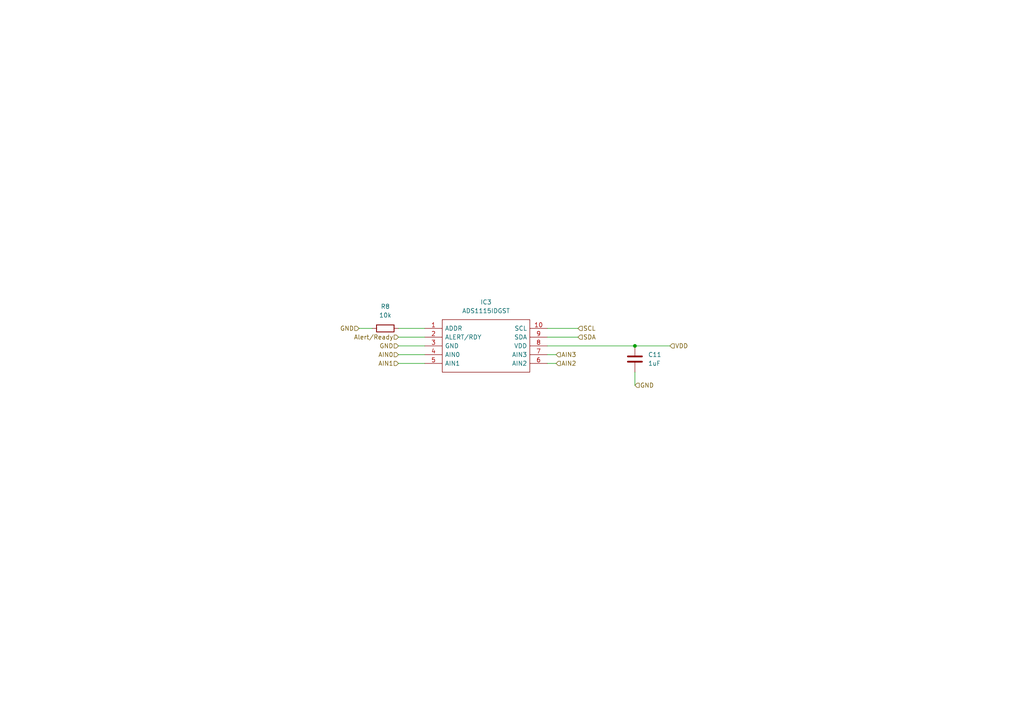
<source format=kicad_sch>
(kicad_sch (version 20231120) (generator "eeschema") (generator_version "8.0")
  (paper "A4")
  (lib_symbols
    (symbol "Device:C" (pin_numbers hide) (pin_names (offset 0.254))
      (property "Reference" "C" (at 0.635 2.54 0))
      (property "Value" "C" (at 0.635 -2.54 0))
      (symbol "C_0_1"
        (polyline (pts (xy -2.032 -0.762) (xy 2.032 -0.762)) (stroke (width 0.508)))
        (polyline (pts (xy -2.032 0.762) (xy 2.032 0.762)) (stroke (width 0.508)))
      )
      (symbol "C_1_1"
        (pin passive line (at 0 3.81 270) (length 2.794) (name "~") (number "1"))
        (pin passive line (at 0 -3.81 90) (length 2.794) (name "~") (number "2"))
      )
    )
    (symbol "Device:R" (pin_numbers hide) (pin_names (offset 0))
      (property "Reference" "R" (at 2.032 0 90))
      (property "Value" "R" (at 0 0 90))
      (symbol "R_0_1"
        (rectangle (start -1.016 -2.54) (end 1.016 2.54) (stroke (width 0.254)))
      )
      (symbol "R_1_1"
        (pin passive line (at 0 3.81 270) (length 1.27) (name "~") (number "1"))
        (pin passive line (at 0 -3.81 90) (length 1.27) (name "~") (number "2"))
      )
    )
    (symbol "SamacSys_Parts:ADS1115IDGST" (pin_names (offset 0.762))
      (property "Reference" "IC" (at 31.75 7.62 0))
      (property "Value" "ADS1115IDGST" (at 31.75 5.08 0))
      (symbol "ADS1115IDGST_0_0"
        (pin passive line (at 0 0 0) (length 5.08) (name "ADDR") (number "1"))
        (pin passive line (at 35.56 0 180) (length 5.08) (name "SCL") (number "10"))
        (pin passive line (at 0 -2.54 0) (length 5.08) (name "ALERT/RDY") (number "2"))
        (pin passive line (at 0 -5.08 0) (length 5.08) (name "GND") (number "3"))
        (pin passive line (at 0 -7.62 0) (length 5.08) (name "AIN0") (number "4"))
        (pin passive line (at 0 -10.16 0) (length 5.08) (name "AIN1") (number "5"))
        (pin passive line (at 35.56 -10.16 180) (length 5.08) (name "AIN2") (number "6"))
        (pin passive line (at 35.56 -7.62 180) (length 5.08) (name "AIN3") (number "7"))
        (pin passive line (at 35.56 -5.08 180) (length 5.08) (name "VDD") (number "8"))
        (pin passive line (at 35.56 -2.54 180) (length 5.08) (name "SDA") (number "9"))
      )
      (symbol "ADS1115IDGST_0_1"
        (polyline (pts (xy 5.08 2.54) (xy 30.48 2.54) (xy 30.48 -12.7) (xy 5.08 -12.7) (xy 5.08 2.54)) (stroke (width 0.1524)))
      )
    )
  )
  (junction (at 184.15 100.33))
  (wire (pts (xy 184.15 107.95) (xy 184.15 111.76)))
  (wire (pts (xy 158.75 102.87) (xy 161.29 102.87)))
  (wire (pts (xy 158.75 105.41) (xy 161.29 105.41)))
  (wire (pts (xy 115.57 100.33) (xy 123.19 100.33)))
  (wire (pts (xy 184.15 100.33) (xy 194.31 100.33)))
  (wire (pts (xy 158.75 100.33) (xy 184.15 100.33)))
  (wire (pts (xy 158.75 97.79) (xy 167.64 97.79)))
  (wire (pts (xy 115.57 95.25) (xy 123.19 95.25)))
  (wire (pts (xy 158.75 95.25) (xy 167.64 95.25)))
  (wire (pts (xy 115.57 102.87) (xy 123.19 102.87)))
  (wire (pts (xy 115.57 97.79) (xy 123.19 97.79)))
  (wire (pts (xy 104.14 95.25) (xy 107.95 95.25)))
  (wire (pts (xy 115.57 105.41) (xy 123.19 105.41)))
  (hierarchical_label "SDA" (shape input) (at 167.64 97.79 0))
  (hierarchical_label "Alert{slash}Ready" (shape input) (at 115.57 97.79 180))
  (hierarchical_label "AIN1" (shape input) (at 115.57 105.41 180))
  (hierarchical_label "VDD" (shape input) (at 194.31 100.33 0))
  (hierarchical_label "SCL" (shape input) (at 167.64 95.25 0))
  (hierarchical_label "GND" (shape input) (at 115.57 100.33 180))
  (hierarchical_label "GND" (shape input) (at 184.15 111.76 0))
  (hierarchical_label "AIN0" (shape input) (at 115.57 102.87 180))
  (hierarchical_label "AIN2" (shape input) (at 161.29 105.41 0))
  (hierarchical_label "AIN3" (shape input) (at 161.29 102.87 0))
  (hierarchical_label "GND" (shape input) (at 104.14 95.25 180))
  (symbol (lib_id "SamacSys_Parts:ADS1115IDGST") (at 123.19 95.25 0) (unit 1)
    (property "Reference" "IC3" (at 140.97 87.63 0))
    (property "Value" "ADS1115IDGST" (at 140.97 90.17 0))
    (property "Footprint" "SOP50P490X110-10N" (effects (hide yes)))
    (property "Datasheet" "https://datasheet.datasheetarchive.com/originals/distributors/Datasheets-SFU2/DSASFU100025989.pdf" (effects (hide yes)))
    (property "Description" "16-Bit, 860SPS, 4-Ch Delta-Sigma ADC w/ PGA, Oscillator, Voltage Reference, Comparator & I2C" (effects (hide yes)))
    (property "Height" "1.1" (effects (hide yes)))
    (property "Mouser Part Number" "595-ADS1115IDGST" (effects (hide yes)))
    (property "Mouser Price/Stock" "https://www.mouser.co.uk/ProductDetail/Texas-Instruments/ADS1115IDGST?qs=6805eV47HhY3JIwOhQ2zog%3D%3D" (effects (hide yes)))
    (property "Manufacturer_Name" "Texas Instruments" (effects (hide yes)))
    (property "Manufacturer_Part_Number" "ADS1115IDGST" (effects (hide yes)))
  )
  (symbol (lib_id "Device:C") (at 184.15 104.14 0) (unit 1)
    (property "Reference" "C11" (at 187.96 102.8699 0) (effects (justify left)))
    (property "Value" "1uF" (at 187.96 105.4099 0) (effects (justify left)))
    (property "Footprint" "Capacitor_SMD:C_1206_3216Metric_Pad1.33x1.80mm_HandSolder" (effects (hide yes)))
    (property "Description" "Unpolarized capacitor" (effects (hide yes)))
  )
  (symbol (lib_id "Device:R") (at 111.76 95.25 90) (unit 1)
    (property "Reference" "R8" (at 111.76 88.9 90))
    (property "Value" "10k" (at 111.76 91.44 90))
    (property "Footprint" "Resistor_SMD:R_1206_3216Metric_Pad1.30x1.75mm_HandSolder" (effects (hide yes)))
    (property "Description" "Resistor" (effects (hide yes)))
  )
)
</source>
